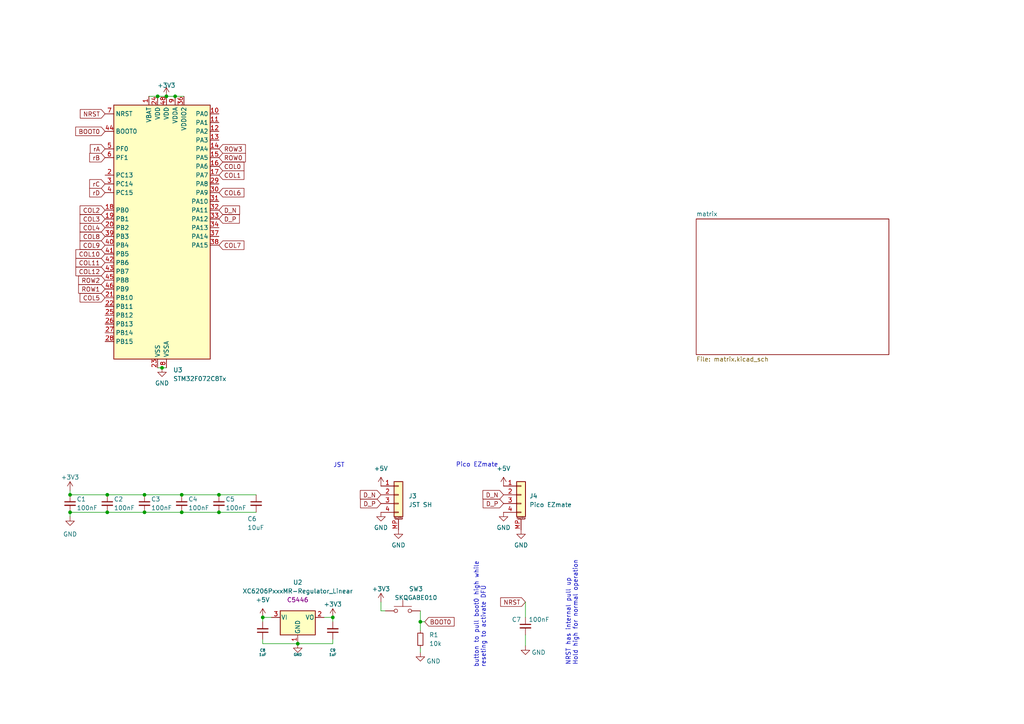
<source format=kicad_sch>
(kicad_sch (version 20231120) (generator "eeschema") (generator_version "8.0")
  (paper "A4")
  (lib_symbols
    (symbol "Connector_Generic_MountingPin:Conn_01x04_MountingPin" (pin_names (offset 1.016) hide)
      (property "Reference" "J" (at 0 5.08 0))
      (property "Value" "Conn_01x04_MountingPin" (at 1.27 -7.62 0))
      (symbol "Conn_01x04_MountingPin_1_1"
        (rectangle (start -1.27 -4.953) (end 0 -5.207) (stroke (width 0.1524)))
        (rectangle (start -1.27 -2.413) (end 0 -2.667) (stroke (width 0.1524)))
        (rectangle (start -1.27 0.127) (end 0 -0.127) (stroke (width 0.1524)))
        (rectangle (start -1.27 2.667) (end 0 2.413) (stroke (width 0.1524)))
        (rectangle (start -1.27 3.81) (end 1.27 -6.35) (stroke (width 0.254)) (fill (type background)))
        (polyline (pts (xy -1.016 -7.112) (xy 1.016 -7.112)) (stroke (width 0.1524)))
        (text "Mounting" (at 0 -6.731 0) (effects (font (size 0.381 0.381))))
        (pin passive line (at -5.08 2.54 0) (length 3.81) (name "Pin_1") (number "1"))
        (pin passive line (at -5.08 0 0) (length 3.81) (name "Pin_2") (number "2"))
        (pin passive line (at -5.08 -2.54 0) (length 3.81) (name "Pin_3") (number "3"))
        (pin passive line (at -5.08 -5.08 0) (length 3.81) (name "Pin_4") (number "4"))
        (pin passive line (at 0 -10.16 90) (length 3.048) (name "MountPin") (number "MP"))
      )
    )
    (symbol "Device:C_Small" (pin_numbers hide) (pin_names (offset 0.254) hide)
      (property "Reference" "C" (at 0.254 1.778 0))
      (property "Value" "C_Small" (at 0.254 -2.032 0))
      (symbol "C_Small_0_1"
        (polyline (pts (xy -1.524 -0.508) (xy 1.524 -0.508)) (stroke (width 0.3302)))
        (polyline (pts (xy -1.524 0.508) (xy 1.524 0.508)) (stroke (width 0.3048)))
      )
      (symbol "C_Small_1_1"
        (pin passive line (at 0 2.54 270) (length 2.032) (name "~") (number "1"))
        (pin passive line (at 0 -2.54 90) (length 2.032) (name "~") (number "2"))
      )
    )
    (symbol "Device:R_Small" (pin_numbers hide) (pin_names (offset 0.254) hide)
      (property "Reference" "R" (at 0.762 0.508 0))
      (property "Value" "R_Small" (at 0.762 -1.016 0))
      (symbol "R_Small_0_1"
        (rectangle (start -0.762 1.778) (end 0.762 -1.778) (stroke (width 0.2032)))
      )
      (symbol "R_Small_1_1"
        (pin passive line (at 0 2.54 270) (length 0.762) (name "~") (number "1"))
        (pin passive line (at 0 -2.54 90) (length 0.762) (name "~") (number "2"))
      )
    )
    (symbol "GND_2" (power) (pin_names (offset 0))
      (property "Value" "GND_2" (at 0 -3.81 0))
      (symbol "GND_2_0_1"
        (polyline (pts (xy 0 0) (xy 0 -1.27) (xy 1.27 -1.27) (xy 0 -2.54) (xy -1.27 -1.27) (xy 0 -1.27)))
      )
      (symbol "GND_2_1_1"
        (pin power_in line (at 0 0 270) (length 0) hide (name "GND") (number "1"))
      )
    )
    (symbol "MCU_ST_STM32F0:STM32F072C8Tx"
      (property "Reference" "U" (at -12.7 39.37 0))
      (property "Value" "STM32F072C8Tx" (at 10.16 39.37 0))
      (symbol "STM32F072C8Tx_0_1"
        (rectangle (start -12.7 -35.56) (end 15.24 38.1) (stroke (width 0.254)) (fill (type background)))
      )
      (symbol "STM32F072C8Tx_1_1"
        (pin power_in line (at -2.54 40.64 270) (length 2.54) (name "VBAT") (number "1"))
        (pin bidirectional line (at 17.78 35.56 180) (length 2.54) (name "PA0") (number "10"))
        (pin bidirectional line (at 17.78 33.02 180) (length 2.54) (name "PA1") (number "11"))
        (pin bidirectional line (at 17.78 30.48 180) (length 2.54) (name "PA2") (number "12"))
        (pin bidirectional line (at 17.78 27.94 180) (length 2.54) (name "PA3") (number "13"))
        (pin bidirectional line (at 17.78 25.4 180) (length 2.54) (name "PA4") (number "14"))
        (pin bidirectional line (at 17.78 22.86 180) (length 2.54) (name "PA5") (number "15"))
        (pin bidirectional line (at 17.78 20.32 180) (length 2.54) (name "PA6") (number "16"))
        (pin bidirectional line (at 17.78 17.78 180) (length 2.54) (name "PA7") (number "17"))
        (pin bidirectional line (at -15.24 7.62 0) (length 2.54) (name "PB0") (number "18"))
        (pin bidirectional line (at -15.24 5.08 0) (length 2.54) (name "PB1") (number "19"))
        (pin bidirectional line (at -15.24 17.78 0) (length 2.54) (name "PC13") (number "2"))
        (pin bidirectional line (at -15.24 2.54 0) (length 2.54) (name "PB2") (number "20"))
        (pin bidirectional line (at -15.24 -17.78 0) (length 2.54) (name "PB10") (number "21"))
        (pin bidirectional line (at -15.24 -20.32 0) (length 2.54) (name "PB11") (number "22"))
        (pin power_in line (at 0 -38.1 90) (length 2.54) (name "VSS") (number "23"))
        (pin power_in line (at 0 40.64 270) (length 2.54) (name "VDD") (number "24"))
        (pin bidirectional line (at -15.24 -22.86 0) (length 2.54) (name "PB12") (number "25"))
        (pin bidirectional line (at -15.24 -25.4 0) (length 2.54) (name "PB13") (number "26"))
        (pin bidirectional line (at -15.24 -27.94 0) (length 2.54) (name "PB14") (number "27"))
        (pin bidirectional line (at -15.24 -30.48 0) (length 2.54) (name "PB15") (number "28"))
        (pin bidirectional line (at 17.78 15.24 180) (length 2.54) (name "PA8") (number "29"))
        (pin bidirectional line (at -15.24 15.24 0) (length 2.54) (name "PC14") (number "3"))
        (pin bidirectional line (at 17.78 12.7 180) (length 2.54) (name "PA9") (number "30"))
        (pin bidirectional line (at 17.78 10.16 180) (length 2.54) (name "PA10") (number "31"))
        (pin bidirectional line (at 17.78 7.62 180) (length 2.54) (name "PA11") (number "32"))
        (pin bidirectional line (at 17.78 5.08 180) (length 2.54) (name "PA12") (number "33"))
        (pin bidirectional line (at 17.78 2.54 180) (length 2.54) (name "PA13") (number "34"))
        (pin passive line (at 0 -38.1 90) (length 2.54) hide (name "VSS") (number "35"))
        (pin power_in line (at 7.62 40.64 270) (length 2.54) (name "VDDIO2") (number "36"))
        (pin bidirectional line (at 17.78 0 180) (length 2.54) (name "PA14") (number "37"))
        (pin bidirectional line (at 17.78 -2.54 180) (length 2.54) (name "PA15") (number "38"))
        (pin bidirectional line (at -15.24 0 0) (length 2.54) (name "PB3") (number "39"))
        (pin bidirectional line (at -15.24 12.7 0) (length 2.54) (name "PC15") (number "4"))
        (pin bidirectional line (at -15.24 -2.54 0) (length 2.54) (name "PB4") (number "40"))
        (pin bidirectional line (at -15.24 -5.08 0) (length 2.54) (name "PB5") (number "41"))
        (pin bidirectional line (at -15.24 -7.62 0) (length 2.54) (name "PB6") (number "42"))
        (pin bidirectional line (at -15.24 -10.16 0) (length 2.54) (name "PB7") (number "43"))
        (pin input line (at -15.24 30.48 0) (length 2.54) (name "BOOT0") (number "44"))
        (pin bidirectional line (at -15.24 -12.7 0) (length 2.54) (name "PB8") (number "45"))
        (pin bidirectional line (at -15.24 -15.24 0) (length 2.54) (name "PB9") (number "46"))
        (pin passive line (at 0 -38.1 90) (length 2.54) hide (name "VSS") (number "47"))
        (pin power_in line (at 2.54 40.64 270) (length 2.54) (name "VDD") (number "48"))
        (pin bidirectional line (at -15.24 25.4 0) (length 2.54) (name "PF0") (number "5"))
        (pin bidirectional line (at -15.24 22.86 0) (length 2.54) (name "PF1") (number "6"))
        (pin input line (at -15.24 35.56 0) (length 2.54) (name "NRST") (number "7"))
        (pin power_in line (at 2.54 -38.1 90) (length 2.54) (name "VSSA") (number "8"))
        (pin power_in line (at 5.08 40.64 270) (length 2.54) (name "VDDA") (number "9"))
      )
    )
    (symbol "Switch:SW_Push" (pin_numbers hide) (pin_names (offset 1.016) hide)
      (property "Reference" "SW" (at 1.27 2.54 0))
      (property "Value" "SW_Push" (at 0 -1.524 0))
      (symbol "SW_Push_0_1"
        (circle (center -2.032 0) (radius 0.508))
        (polyline (pts (xy 0 1.27) (xy 0 3.048)))
        (polyline (pts (xy 2.54 1.27) (xy -2.54 1.27)))
        (circle (center 2.032 0) (radius 0.508))
        (pin passive line (at -5.08 0 0) (length 2.54) (name "1") (number "1"))
        (pin passive line (at 5.08 0 180) (length 2.54) (name "2") (number "2"))
      )
    )
    (symbol "kicad-keyboard-parts:XC6206PxxxMR-Regulator_Linear" (pin_names (offset 0.254))
      (property "Reference" "U" (at -3.81 3.175 0))
      (property "Value" "XC6206PxxxMR-Regulator_Linear" (at 0 3.175 0))
      (property "LCSC" "C5446" (at 0 0 0))
      (symbol "XC6206PxxxMR-Regulator_Linear_0_1"
        (rectangle (start -5.08 1.905) (end 5.08 -5.08) (stroke (width 0.254)) (fill (type background)))
      )
      (symbol "XC6206PxxxMR-Regulator_Linear_1_1"
        (pin power_in line (at 0 -7.62 90) (length 2.54) (name "GND") (number "1"))
        (pin power_out line (at 7.62 0 180) (length 2.54) (name "VO") (number "2"))
        (pin power_in line (at -7.62 0 0) (length 2.54) (name "VI") (number "3"))
      )
    )
    (symbol "power:+3V3" (power) (pin_names (offset 0))
      (property "Value" "+3V3" (at 0 3.556 0))
      (symbol "+3V3_0_1"
        (polyline (pts (xy -0.762 1.27) (xy 0 2.54)))
        (polyline (pts (xy 0 0) (xy 0 2.54)))
        (polyline (pts (xy 0 2.54) (xy 0.762 1.27)))
      )
      (symbol "+3V3_1_1"
        (pin power_in line (at 0 0 90) (length 0) hide (name "+3V3") (number "1"))
      )
    )
    (symbol "power:+5V" (power) (pin_names (offset 0))
      (property "Value" "+5V" (at 0 3.556 0))
      (symbol "+5V_0_1"
        (polyline (pts (xy -0.762 1.27) (xy 0 2.54)))
        (polyline (pts (xy 0 0) (xy 0 2.54)))
        (polyline (pts (xy 0 2.54) (xy 0.762 1.27)))
      )
      (symbol "+5V_1_1"
        (pin power_in line (at 0 0 90) (length 0) hide (name "+5V") (number "1"))
      )
    )
    (symbol "power:GND" (power) (pin_names (offset 0))
      (property "Value" "GND" (at 0 -3.81 0))
      (symbol "GND_0_1"
        (polyline (pts (xy 0 0) (xy 0 -1.27) (xy 1.27 -1.27) (xy 0 -2.54) (xy -1.27 -1.27) (xy 0 -1.27)))
      )
      (symbol "GND_1_1"
        (pin power_in line (at 0 0 270) (length 0) hide (name "GND") (number "1"))
      )
    )
  )
  (junction (at 86.36 186.69) (diameter 0.9144))
  (junction (at 121.92 180.34))
  (junction (at 20.32 143.51))
  (junction (at 50.8 27.94))
  (junction (at 45.72 27.94))
  (junction (at 63.5 143.51))
  (junction (at 52.705 143.51))
  (junction (at 76.2 179.07) (diameter 0.9144))
  (junction (at 31.115 143.51))
  (junction (at 96.52 179.07))
  (junction (at 63.5 148.59))
  (junction (at 20.32 148.59))
  (junction (at 41.91 148.59))
  (junction (at 46.99 106.68))
  (junction (at 48.26 27.94))
  (junction (at 52.705 148.59))
  (junction (at 41.91 143.51))
  (junction (at 31.115 148.59))
  (wire (pts (xy 76.2 185.42) (xy 76.2 186.69)))
  (wire (pts (xy 20.32 142.24) (xy 20.32 143.51)))
  (wire (pts (xy 63.5 148.59) (xy 74.295 148.59)))
  (wire (pts (xy 93.98 179.07) (xy 96.52 179.07)))
  (wire (pts (xy 45.72 27.94) (xy 48.26 27.94)))
  (wire (pts (xy 20.32 143.51) (xy 31.115 143.51)))
  (wire (pts (xy 96.52 179.07) (xy 96.52 180.34)))
  (wire (pts (xy 86.36 186.69) (xy 96.52 186.69)))
  (wire (pts (xy 52.705 148.59) (xy 63.5 148.59)))
  (wire (pts (xy 152.4 174.625) (xy 152.4 179.07)))
  (wire (pts (xy 121.92 187.96) (xy 121.92 189.23)))
  (wire (pts (xy 121.92 177.165) (xy 121.92 180.34)))
  (wire (pts (xy 121.92 180.34) (xy 121.92 182.88)))
  (wire (pts (xy 152.4 187.325) (xy 152.4 184.15)))
  (wire (pts (xy 86.36 186.69) (xy 76.2 186.69)))
  (wire (pts (xy 76.2 179.07) (xy 76.2 180.34)))
  (wire (pts (xy 111.76 177.165) (xy 110.49 177.165)))
  (wire (pts (xy 48.26 27.94) (xy 50.8 27.94)))
  (wire (pts (xy 76.2 179.07) (xy 78.74 179.07)))
  (wire (pts (xy 52.705 143.51) (xy 63.5 143.51)))
  (wire (pts (xy 121.92 180.34) (xy 123.19 180.34)))
  (wire (pts (xy 31.115 148.59) (xy 41.91 148.59)))
  (wire (pts (xy 43.18 27.94) (xy 45.72 27.94)))
  (wire (pts (xy 20.32 149.86) (xy 20.32 148.59)))
  (wire (pts (xy 20.32 148.59) (xy 31.115 148.59)))
  (wire (pts (xy 96.52 185.42) (xy 96.52 186.69)))
  (wire (pts (xy 45.72 106.68) (xy 46.99 106.68)))
  (wire (pts (xy 46.99 106.68) (xy 48.26 106.68)))
  (wire (pts (xy 31.115 143.51) (xy 41.91 143.51)))
  (wire (pts (xy 41.91 143.51) (xy 52.705 143.51)))
  (wire (pts (xy 50.8 27.94) (xy 53.34 27.94)))
  (wire (pts (xy 110.49 177.165) (xy 110.49 174.625)))
  (wire (pts (xy 41.91 148.59) (xy 52.705 148.59)))
  (wire (pts (xy 63.5 143.51) (xy 74.295 143.51)))
  (text "Pico EZmate" (at 132.207 135.636 0) (effects (font (size 1.27 1.27)) (justify left bottom)))
  (text "JST" (at 96.647 135.763 0) (effects (font (size 1.27 1.27)) (justify left bottom)))
  (text "NRST has internal pull up\nHold high for normal operation" (at 167.64 193.04 90) (effects (font (size 1.27 1.27)) (justify left bottom)))
  (text "button to pull boot0 high while \nreseting to activate DFU" (at 140.97 193.675 90) (effects (font (size 1.27 1.27)) (justify left bottom)))
  (global_label "COL0" (shape input) (at 63.5 48.26 0) (property "Intersheetrefs" "${INTERSHEET_REFS}" (effects (hide yes))))
  (global_label "D_P" (shape input) (at 63.5 63.5 0) (property "Intersheetrefs" "${INTERSHEET_REFS}" (effects (hide yes))))
  (global_label "COL9" (shape input) (at 30.48 71.12 180) (property "Intersheetrefs" "${INTERSHEET_REFS}" (effects (hide yes))))
  (global_label "COL6" (shape input) (at 63.5 55.88 0) (property "Intersheetrefs" "${INTERSHEET_REFS}" (effects (hide yes))))
  (global_label "COL7" (shape input) (at 63.5 71.12 0) (property "Intersheetrefs" "${INTERSHEET_REFS}" (effects (hide yes))))
  (global_label "rB" (shape input) (at 30.48 45.72 180) (property "Intersheetrefs" "${INTERSHEET_REFS}" (effects (hide yes))))
  (global_label "ROW0" (shape input) (at 63.5 45.72 0) (property "Intersheetrefs" "${INTERSHEET_REFS}" (effects (hide yes))))
  (global_label "COL5" (shape input) (at 30.48 86.36 180) (property "Intersheetrefs" "${INTERSHEET_REFS}" (effects (hide yes))))
  (global_label "COL12" (shape input) (at 30.48 78.74 180) (property "Intersheetrefs" "${INTERSHEET_REFS}" (effects (hide yes))))
  (global_label "rD" (shape input) (at 30.48 55.88 180) (property "Intersheetrefs" "${INTERSHEET_REFS}" (effects (hide yes))))
  (global_label "BOOT0" (shape input) (at 123.19 180.34 0) (property "Intersheetrefs" "${INTERSHEET_REFS}" (effects (hide yes))))
  (global_label "COL4" (shape input) (at 30.48 66.04 180) (property "Intersheetrefs" "${INTERSHEET_REFS}" (effects (hide yes))))
  (global_label "D_N" (shape input) (at 110.49 143.51 180) (property "Intersheetrefs" "${INTERSHEET_REFS}" (effects (hide yes))))
  (global_label "D_P" (shape input) (at 146.05 146.05 180) (property "Intersheetrefs" "${INTERSHEET_REFS}" (effects (hide yes))))
  (global_label "NRST" (shape input) (at 30.48 33.02 180) (property "Intersheetrefs" "${INTERSHEET_REFS}" (effects (hide yes))))
  (global_label "ROW1" (shape input) (at 30.48 83.82 180) (property "Intersheetrefs" "${INTERSHEET_REFS}" (effects (hide yes))))
  (global_label "COL10" (shape input) (at 30.48 73.66 180) (property "Intersheetrefs" "${INTERSHEET_REFS}" (effects (hide yes))))
  (global_label "COL2" (shape input) (at 30.48 60.96 180) (property "Intersheetrefs" "${INTERSHEET_REFS}" (effects (hide yes))))
  (global_label "ROW3" (shape input) (at 63.5 43.18 0) (property "Intersheetrefs" "${INTERSHEET_REFS}" (effects (hide yes))))
  (global_label "COL1" (shape input) (at 63.5 50.8 0) (property "Intersheetrefs" "${INTERSHEET_REFS}" (effects (hide yes))))
  (global_label "COL8" (shape input) (at 30.48 68.58 180) (property "Intersheetrefs" "${INTERSHEET_REFS}" (effects (hide yes))))
  (global_label "D_N" (shape input) (at 146.05 143.51 180) (property "Intersheetrefs" "${INTERSHEET_REFS}" (effects (hide yes))))
  (global_label "COL11" (shape input) (at 30.48 76.2 180) (property "Intersheetrefs" "${INTERSHEET_REFS}" (effects (hide yes))))
  (global_label "ROW2" (shape input) (at 30.48 81.28 180) (property "Intersheetrefs" "${INTERSHEET_REFS}" (effects (hide yes))))
  (global_label "rA" (shape input) (at 30.48 43.18 180) (property "Intersheetrefs" "${INTERSHEET_REFS}" (effects (hide yes))))
  (global_label "COL3" (shape input) (at 30.48 63.5 180) (property "Intersheetrefs" "${INTERSHEET_REFS}" (effects (hide yes))))
  (global_label "rC" (shape input) (at 30.48 53.34 180) (property "Intersheetrefs" "${INTERSHEET_REFS}" (effects (hide yes))))
  (global_label "D_P" (shape input) (at 110.49 146.05 180) (property "Intersheetrefs" "${INTERSHEET_REFS}" (effects (hide yes))))
  (global_label "D_N" (shape input) (at 63.5 60.96 0) (property "Intersheetrefs" "${INTERSHEET_REFS}" (effects (hide yes))))
  (global_label "NRST" (shape input) (at 152.4 174.625 180) (property "Intersheetrefs" "${INTERSHEET_REFS}" (effects (hide yes))))
  (global_label "BOOT0" (shape input) (at 30.48 38.1 180) (property "Intersheetrefs" "${INTERSHEET_REFS}" (effects (hide yes))))
  (symbol (lib_id "power:GND") (at 121.92 189.23 0) (unit 1)
    (property "Reference" "#PWR012" (effects (hide yes)))
    (property "Value" "GND" (at 125.73 191.77 0))
  )
  (symbol (lib_id "Device:C_Small") (at 76.2 182.88 180) (unit 1)
    (property "Reference" "C8" (at 76.2 188.595 0) (effects (font (size 0.762 0.762))))
    (property "Value" "1uF" (at 76.2 189.865 0) (effects (font (size 0.762 0.762))))
    (property "Footprint" "Capacitor_SMD:C_0603_1608Metric" (effects (hide yes)))
    (property "LCSC" "C52923" (effects (hide yes)))
  )
  (symbol (lib_id "power:GND") (at 86.36 186.69 0) (unit 1)
    (property "Reference" "#PWR09" (effects (hide yes)))
    (property "Value" "GND" (at 86.36 189.865 0) (effects (font (size 0.762 0.762))))
  )
  (symbol (lib_id "Device:C_Small") (at 63.5 146.05 0) (unit 1)
    (property "Reference" "C5" (at 65.405 144.78 0) (effects (justify left)))
    (property "Value" "100nF" (at 65.405 147.32 0) (effects (justify left)))
    (property "Footprint" "Capacitor_SMD:C_0603_1608Metric" (effects (hide yes)))
  )
  (symbol (lib_id "Connector_Generic_MountingPin:Conn_01x04_MountingPin") (at 151.13 143.51 0) (unit 1)
    (property "Reference" "J4" (at 153.543 143.8655 0) (effects (justify left)))
    (property "Value" "Pico EZmate" (at 153.543 146.4055 0) (effects (justify left)))
    (property "Footprint" "Connector_Molex:Molex_Pico-EZmate_78171-0004_1x04-1MP_P1.20mm_Vertical" (effects (hide yes)))
  )
  (symbol (lib_id "power:GND") (at 146.05 148.59 0) (unit 1)
    (property "Reference" "#PWR027" (effects (hide yes)))
    (property "Value" "GND" (at 146.05 153.0334 0))
  )
  (symbol (lib_id "Device:C_Small") (at 31.115 146.05 0) (unit 1)
    (property "Reference" "C2" (at 33.02 144.78 0) (effects (justify left)))
    (property "Value" "100nF" (at 33.02 147.32 0) (effects (justify left)))
    (property "Footprint" "Capacitor_SMD:C_0603_1608Metric" (effects (hide yes)))
  )
  (symbol (lib_id "power:+5V") (at 146.05 140.97 0) (unit 1)
    (property "Reference" "#PWR025" (effects (hide yes)))
    (property "Value" "+5V" (at 146.05 135.89 0))
  )
  (symbol (lib_id "Device:C_Small") (at 20.32 146.05 0) (unit 1)
    (property "Reference" "C1" (at 22.225 144.78 0) (effects (justify left)))
    (property "Value" "100nF" (at 22.225 147.32 0) (effects (justify left)))
    (property "Footprint" "Capacitor_SMD:C_0603_1608Metric" (effects (hide yes)))
  )
  (symbol (lib_id "Switch:SW_Push") (at 116.84 177.165 0) (unit 1)
    (property "Reference" "SW3" (at 120.65 170.815 0))
    (property "Value" "SKQGABE010" (at 120.65 173.355 0))
    (property "Footprint" "Button_Switch_SMD:SW_SPST_SKQG_WithoutStem" (effects (hide yes)))
    (property "LCSC" "C115351" (effects (hide yes)))
  )
  (symbol (lib_id "power:+3V3") (at 96.52 179.07 0) (mirror y) (unit 1)
    (property "Reference" "#PWR08" (effects (hide yes)))
    (property "Value" "+3V3" (at 96.52 175.26 0))
  )
  (symbol (lib_id "power:GND") (at 151.13 153.67 0) (unit 1)
    (property "Reference" "#PWR029" (effects (hide yes)))
    (property "Value" "GND" (at 151.13 158.1134 0))
  )
  (symbol (lib_id "power:GND") (at 115.57 153.67 0) (unit 1)
    (property "Reference" "#PWR028" (effects (hide yes)))
    (property "Value" "GND" (at 115.57 158.1134 0))
  )
  (symbol (lib_id "power:GND") (at 20.32 149.86 0) (unit 1)
    (property "Reference" "#PWR04" (effects (hide yes)))
    (property "Value" "GND" (at 20.32 154.94 0))
  )
  (symbol (lib_id "Device:C_Small") (at 41.91 146.05 0) (unit 1)
    (property "Reference" "C3" (at 43.815 144.78 0) (effects (justify left)))
    (property "Value" "100nF" (at 43.815 147.32 0) (effects (justify left)))
    (property "Footprint" "Capacitor_SMD:C_0603_1608Metric" (effects (hide yes)))
  )
  (symbol (lib_id "power:+3V3") (at 20.32 142.24 0) (unit 1)
    (property "Reference" "#PWR03" (effects (hide yes)))
    (property "Value" "+3V3" (at 20.32 138.43 0))
  )
  (symbol (lib_id "Device:C_Small") (at 74.295 146.05 0) (unit 1)
    (property "Reference" "C6" (at 71.755 150.495 0) (effects (justify left)))
    (property "Value" "10uF" (at 71.755 153.035 0) (effects (justify left)))
    (property "Footprint" "Capacitor_SMD:C_0603_1608Metric" (effects (hide yes)))
  )
  (symbol (lib_id "power:+5V") (at 76.2 179.07 0) (unit 1)
    (property "Reference" "#PWR07" (effects (hide yes)))
    (property "Value" "+5V" (at 76.2 173.99 0))
  )
  (symbol (lib_id "power:GND") (at 152.4 187.325 0) (mirror y) (unit 1)
    (property "Reference" "#PWR010" (effects (hide yes)))
    (property "Value" "GND" (at 156.21 189.23 0))
  )
  (symbol (lib_id "Device:R_Small") (at 121.92 185.42 0) (unit 1)
    (property "Reference" "R1" (at 124.46 184.1499 0) (effects (justify left)))
    (property "Value" "10k" (at 124.46 186.6899 0) (effects (justify left)))
    (property "Footprint" "Resistor_SMD:R_0603_1608Metric" (effects (hide yes)))
  )
  (symbol (lib_id "Device:C_Small") (at 52.705 146.05 0) (unit 1)
    (property "Reference" "C4" (at 54.61 144.78 0) (effects (justify left)))
    (property "Value" "100nF" (at 54.61 147.32 0) (effects (justify left)))
    (property "Footprint" "Capacitor_SMD:C_0603_1608Metric" (effects (hide yes)))
  )
  (symbol (lib_id "Connector_Generic_MountingPin:Conn_01x04_MountingPin") (at 115.57 143.51 0) (unit 1)
    (property "Reference" "J3" (at 118.491 143.8655 0) (effects (justify left)))
    (property "Value" "JST SH" (at 118.491 146.4055 0) (effects (justify left)))
    (property "Footprint" "Connector_JST:JST_SH_SM04B-SRSS-TB_1x04-1MP_P1.00mm_Horizontal" (effects (hide yes)))
  )
  (symbol (lib_id "Device:C_Small") (at 96.52 182.88 180) (unit 1)
    (property "Reference" "C9" (at 96.52 188.595 0) (effects (font (size 0.762 0.762))))
    (property "Value" "1uF" (at 96.52 189.865 0) (effects (font (size 0.762 0.762))))
    (property "Footprint" "Capacitor_SMD:C_0603_1608Metric" (effects (hide yes)))
    (property "LCSC" "C52923" (effects (hide yes)))
  )
  (symbol (lib_id "MCU_ST_STM32F0:STM32F072C8Tx") (at 45.72 68.58 0) (unit 1)
    (property "Reference" "U3" (at 50.2159 107.315 0) (effects (justify left)))
    (property "Value" "STM32F072C8Tx" (at 50.2159 109.855 0) (effects (justify left)))
    (property "Footprint" "Package_QFP:LQFP-48_7x7mm_P0.5mm" (effects (hide yes)))
    (property "Datasheet" "https://www.st.com/resource/en/datasheet/stm32f072c8.pdf" (effects (hide yes)))
  )
  (symbol (lib_id "power:+3V3") (at 110.49 174.625 0) (mirror y) (unit 1)
    (property "Reference" "#PWR06" (effects (hide yes)))
    (property "Value" "+3V3" (at 110.49 170.815 0))
  )
  (symbol (lib_name "GND_2") (lib_id "power:GND") (at 46.99 106.68 0) (unit 1)
    (property "Reference" "#PWR023" (effects (hide yes)))
    (property "Value" "GND" (at 46.99 111.125 0))
  )
  (symbol (lib_id "power:+3V3") (at 48.26 27.94 0) (unit 1)
    (property "Reference" "#PWR013" (effects (hide yes)))
    (property "Value" "+3V3" (at 48.26 24.765 0))
  )
  (symbol (lib_id "kicad-keyboard-parts:XC6206PxxxMR-Regulator_Linear") (at 86.36 179.07 0) (unit 1)
    (property "Reference" "U2" (at 86.36 168.91 0))
    (property "Value" "XC6206PxxxMR-Regulator_Linear" (at 86.36 171.45 0))
    (property "Footprint" "Package_TO_SOT_SMD:SOT-23" (effects (hide yes)))
    (property "Datasheet" "https://www.torexsemi.com/file/xc6206/XC6206.pdf" (effects (hide yes)))
    (property "LCSC" "C5446" (at 86.36 173.99 0))
  )
  (symbol (lib_id "power:GND") (at 110.49 148.59 0) (unit 1)
    (property "Reference" "#PWR026" (effects (hide yes)))
    (property "Value" "GND" (at 110.49 153.0334 0))
  )
  (symbol (lib_id "Device:C_Small") (at 152.4 181.61 0) (mirror y) (unit 1)
    (property "Reference" "C7" (at 151.13 179.705 0) (effects (justify left)))
    (property "Value" "100nF" (at 159.385 179.705 0) (effects (justify left)))
    (property "Footprint" "Capacitor_SMD:C_0603_1608Metric" (effects (hide yes)))
    (property "LCSC" "C307331" (effects (hide yes)))
  )
  (symbol (lib_id "power:+5V") (at 110.49 140.97 0) (unit 1)
    (property "Reference" "#PWR024" (effects (hide yes)))
    (property "Value" "+5V" (at 110.49 135.89 0))
  )
  (sheet (at 201.93 63.5) (size 55.88 39.37) (stroke (width 0.1524))
    (property "Sheetname" "matrix" (at 201.93 62.7884 0) (effects (justify left bottom)))
    (property "Sheetfile" "matrix.kicad_sch" (at 201.93 103.4546 0) (effects (justify left top)))
  )
)
</source>
